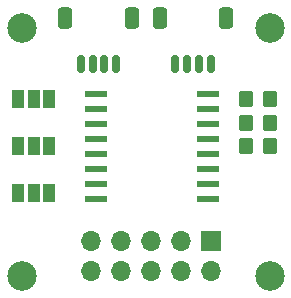
<source format=gbr>
%TF.GenerationSoftware,KiCad,Pcbnew,(6.0.7)*%
%TF.CreationDate,2022-09-27T22:03:24-05:00*%
%TF.ProjectId,TCA9534,54434139-3533-4342-9e6b-696361645f70,1.0*%
%TF.SameCoordinates,Original*%
%TF.FileFunction,Soldermask,Top*%
%TF.FilePolarity,Negative*%
%FSLAX46Y46*%
G04 Gerber Fmt 4.6, Leading zero omitted, Abs format (unit mm)*
G04 Created by KiCad (PCBNEW (6.0.7)) date 2022-09-27 22:03:24*
%MOMM*%
%LPD*%
G01*
G04 APERTURE LIST*
G04 Aperture macros list*
%AMRoundRect*
0 Rectangle with rounded corners*
0 $1 Rounding radius*
0 $2 $3 $4 $5 $6 $7 $8 $9 X,Y pos of 4 corners*
0 Add a 4 corners polygon primitive as box body*
4,1,4,$2,$3,$4,$5,$6,$7,$8,$9,$2,$3,0*
0 Add four circle primitives for the rounded corners*
1,1,$1+$1,$2,$3*
1,1,$1+$1,$4,$5*
1,1,$1+$1,$6,$7*
1,1,$1+$1,$8,$9*
0 Add four rect primitives between the rounded corners*
20,1,$1+$1,$2,$3,$4,$5,0*
20,1,$1+$1,$4,$5,$6,$7,0*
20,1,$1+$1,$6,$7,$8,$9,0*
20,1,$1+$1,$8,$9,$2,$3,0*%
G04 Aperture macros list end*
%ADD10R,1.879600X0.558800*%
%ADD11RoundRect,0.250000X0.350000X0.450000X-0.350000X0.450000X-0.350000X-0.450000X0.350000X-0.450000X0*%
%ADD12R,1.000000X1.500000*%
%ADD13R,1.700000X1.700000*%
%ADD14O,1.700000X1.700000*%
%ADD15RoundRect,0.150000X0.150000X0.625000X-0.150000X0.625000X-0.150000X-0.625000X0.150000X-0.625000X0*%
%ADD16RoundRect,0.250000X0.350000X0.650000X-0.350000X0.650000X-0.350000X-0.650000X0.350000X-0.650000X0*%
%ADD17C,2.500000*%
G04 APERTURE END LIST*
D10*
%TO.C,U1*%
X166262900Y-81555000D03*
X166262900Y-82825000D03*
X166262900Y-84095000D03*
X166262900Y-85365000D03*
X166262900Y-86635000D03*
X166262900Y-87905000D03*
X166262900Y-89175000D03*
X166262900Y-90445000D03*
X175737100Y-90445000D03*
X175737100Y-89175000D03*
X175737100Y-87905000D03*
X175737100Y-86635000D03*
X175737100Y-85365000D03*
X175737100Y-84095000D03*
X175737100Y-82825000D03*
X175737100Y-81555000D03*
%TD*%
D11*
%TO.C,R3*%
X181000000Y-86000000D03*
X179000000Y-86000000D03*
%TD*%
%TO.C,R1*%
X181000000Y-84000000D03*
X179000000Y-84000000D03*
%TD*%
%TO.C,R2*%
X181000000Y-82000000D03*
X179000000Y-82000000D03*
%TD*%
D12*
%TO.C,JP3*%
X159700000Y-90000000D03*
X161000000Y-90000000D03*
X162300000Y-90000000D03*
%TD*%
%TO.C,JP2*%
X159700000Y-86000000D03*
X161000000Y-86000000D03*
X162300000Y-86000000D03*
%TD*%
%TO.C,JP1*%
X162300000Y-82000000D03*
X161000000Y-82000000D03*
X159700000Y-82000000D03*
%TD*%
D13*
%TO.C,J3*%
X176000000Y-94000000D03*
D14*
X176000000Y-96540000D03*
X173460000Y-94000000D03*
X173460000Y-96540000D03*
X170920000Y-94000000D03*
X170920000Y-96540000D03*
X168380000Y-94000000D03*
X168380000Y-96540000D03*
X165840000Y-94000000D03*
X165840000Y-96540000D03*
%TD*%
D15*
%TO.C,J2*%
X176000000Y-79000000D03*
X175000000Y-79000000D03*
X174000000Y-79000000D03*
X173000000Y-79000000D03*
D16*
X171700000Y-75125000D03*
X177300000Y-75125000D03*
%TD*%
D15*
%TO.C,J1*%
X168000000Y-79000000D03*
X167000000Y-79000000D03*
X166000000Y-79000000D03*
X165000000Y-79000000D03*
D16*
X163700000Y-75125000D03*
X169300000Y-75125000D03*
%TD*%
D17*
%TO.C,H4*%
X160000000Y-97000000D03*
%TD*%
%TO.C,H3*%
X181000000Y-97000000D03*
%TD*%
%TO.C,H2*%
X181000000Y-76000000D03*
%TD*%
%TO.C,H1*%
X160000000Y-76000000D03*
%TD*%
M02*

</source>
